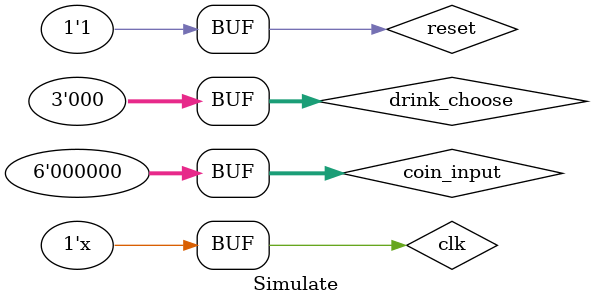
<source format=v>
module Simulate() ;

reg clk, reset ;
reg [2:0] drink_choose ;
reg [5:0] coin_input ;

wire [2:0] drink_output ;
wire [7:0] coin_total ;

parameter tea = 3'b100 ;
parameter coke = 3'b101 ;
parameter coffee = 3'b110 ;
parameter milk = 3'b111 ;

FSM fsm( drink_output, coin_total, clk, drink_choose, coin_input, reset ) ;

initial clk = 1'b1;
always #5 clk = ~clk;

initial
begin
	// B-1
	#5
	coin_input = 10 ;
	
	#20
	coin_input = 1 ;
	
	#20
	coin_input = 10 ;
	
	#20
	coin_input = 0 ;
	drink_choose = coffee ;
	
	#20
	drink_choose = 0 ;
	
	#10
	reset = 1 ;
	
	// B-2
	#10
	reset = 0 ;
	coin_input = 5 ;
	
	#20
	coin_input = 10 ;
	
	#20
	reset = 1 ;
	coin_input = 0 ;
	
	#10
	reset = 0 ;
	coin_input = 10 ;
	
	#20
	coin_input = 0 ;
	
	#10
	coin_input = 10 ;
	
	#20
	coin_input = 0 ;
	
	#10
	coin_input = 1 ;
	
	#20
	coin_input = 0 ;
	
	#10
	coin_input = 1 ;
	
	#20
	coin_input = 0 ;
	
	#10
	coin_input = 1 ;
	
	#20
	coin_input = 0 ;
	
	#10
	coin_input = 1 ;
	
	#20
	coin_input = 0 ;
	
	#10
	coin_input = 1 ;
	
	#20
	coin_input = 0 ;
	drink_choose = milk ;
	
	#20
	drink_choose = 0 ;
	
	#10
	reset = 1 ;
	
	// B-3
	#10
	reset = 0 ;
	coin_input = 5 ;
	
	#20
	coin_input = 10 ;
	
	#20
	reset = 1 ;
	coin_input = 0 ;
	
	#10
	reset = 0 ;
	coin_input = 10 ;
	
	#20
	coin_input = 0 ;
	
	#10
	coin_input = 10 ;
	
	#20
	coin_input = 0 ;
	drink_choose = coke ;
	
	#20
	drink_choose = 0 ;
	
	#20
	coin_input = 10 ;
	
	#20
	coin_input = 0 ;
	
	#10
	coin_input = 10 ;
	
	#20
	coin_input = 0 ;
	drink_choose = milk ;
	
	#20
	drink_choose = 0 ;
	
	#20
	coin_input = 10 ;
	
	#20
	coin_input = 0 ;
	drink_choose = tea ;
	
	#20
	drink_choose = 0 ;
	
	#20
	coin_input = 50 ;
	
	#20
	coin_input = 0 ;
	drink_choose = coffee ;
	
	#20
	drink_choose = 0 ;
	
	#10
	reset = 1 ;
	
end

endmodule

</source>
